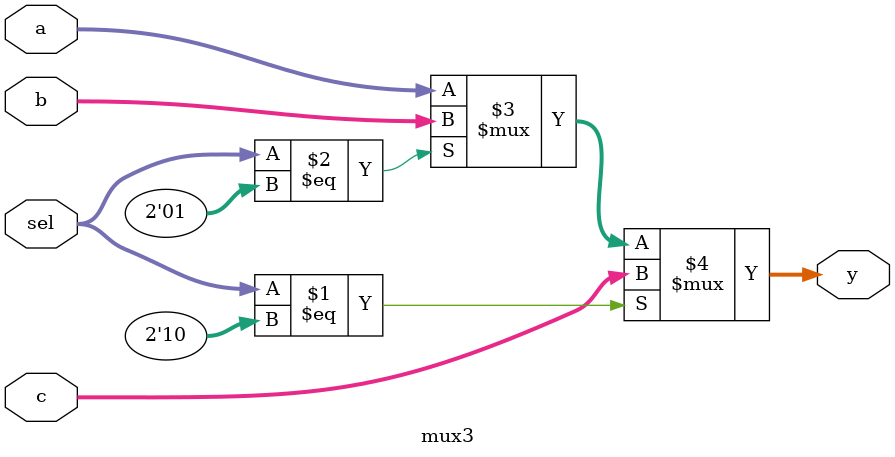
<source format=v>
module mux3 #(
    parameter WIDTH = 8
) (
    input  wire [      1:0] sel,
    input  wire [WIDTH-1:0] a,
    input  wire [WIDTH-1:0] b,
    input  wire [WIDTH-1:0] c,
    output wire [WIDTH-1:0] y
);
  assign y = (sel == 2'd2) ? c : (sel == 2'd1) ? b : a;
endmodule


</source>
